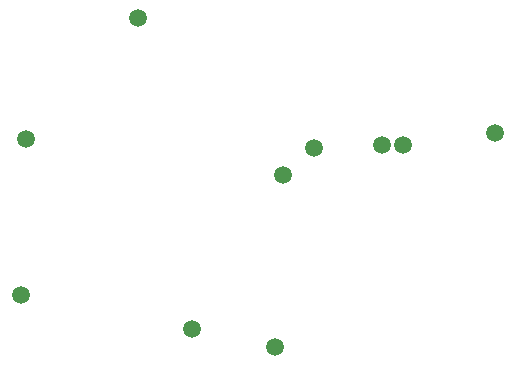
<source format=gbl>
%TF.GenerationSoftware,KiCad,Pcbnew,(5.1.10)-1*%
%TF.CreationDate,2021-06-21T09:30:25-07:00*%
%TF.ProjectId,tactileAGB,74616374-696c-4654-9147-422e6b696361,1.0*%
%TF.SameCoordinates,Original*%
%TF.FileFunction,Copper,L2,Bot*%
%TF.FilePolarity,Positive*%
%FSLAX46Y46*%
G04 Gerber Fmt 4.6, Leading zero omitted, Abs format (unit mm)*
G04 Created by KiCad (PCBNEW (5.1.10)-1) date 2021-06-21 09:30:25*
%MOMM*%
%LPD*%
G01*
G04 APERTURE LIST*
%TA.AperFunction,ComponentPad*%
%ADD10C,1.500000*%
%TD*%
G04 APERTURE END LIST*
D10*
%TO.P,FR2,1*%
%TO.N,N/C*%
X85502052Y-67864477D03*
%TD*%
%TO.P,GND3PAD1,1*%
%TO.N,GND3*%
X104072647Y-49734217D03*
%TD*%
%TO.P,L-SHIELDING1,1*%
%TO.N,GND1*%
X73880003Y-39957789D03*
%TD*%
%TO.P,TP0,1*%
%TO.N,Net-(A1-Pad1)*%
X96273912Y-50734217D03*
%TD*%
%TO.P,TP1,1*%
%TO.N,Net-(B1-Pad1)*%
X94489896Y-50734217D03*
%TD*%
%TO.P,TP4,1*%
%TO.N,Net-(RIGHT1-Pad1)*%
X86156117Y-53273742D03*
%TD*%
%TO.P,TP5,1*%
%TO.N,Net-(LEFT1-Pad1)*%
X64390003Y-50247789D03*
%TD*%
%TO.P,TP6,1*%
%TO.N,Net-(TP6-Pad1)*%
X88805618Y-50959479D03*
%TD*%
%TO.P,TP7,1*%
%TO.N,Net-(DOWN1-Pad1)*%
X78455694Y-66325349D03*
%TD*%
%TO.P,VDD15,1*%
%TO.N,N/C*%
X63972506Y-63385768D03*
%TD*%
M02*

</source>
